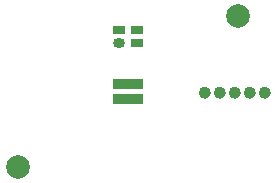
<source format=gbr>
%TF.GenerationSoftware,KiCad,Pcbnew,(6.0.1)*%
%TF.CreationDate,2023-02-09T13:33:18-07:00*%
%TF.ProjectId,NoteDetector,4e6f7465-4465-4746-9563-746f722e6b69,rev?*%
%TF.SameCoordinates,Original*%
%TF.FileFunction,Soldermask,Bot*%
%TF.FilePolarity,Negative*%
%FSLAX46Y46*%
G04 Gerber Fmt 4.6, Leading zero omitted, Abs format (unit mm)*
G04 Created by KiCad (PCBNEW (6.0.1)) date 2023-02-09 13:33:18*
%MOMM*%
%LPD*%
G01*
G04 APERTURE LIST*
G04 Aperture macros list*
%AMRoundRect*
0 Rectangle with rounded corners*
0 $1 Rounding radius*
0 $2 $3 $4 $5 $6 $7 $8 $9 X,Y pos of 4 corners*
0 Add a 4 corners polygon primitive as box body*
4,1,4,$2,$3,$4,$5,$6,$7,$8,$9,$2,$3,0*
0 Add four circle primitives for the rounded corners*
1,1,$1+$1,$2,$3*
1,1,$1+$1,$4,$5*
1,1,$1+$1,$6,$7*
1,1,$1+$1,$8,$9*
0 Add four rect primitives between the rounded corners*
20,1,$1+$1,$2,$3,$4,$5,0*
20,1,$1+$1,$4,$5,$6,$7,0*
20,1,$1+$1,$6,$7,$8,$9,0*
20,1,$1+$1,$8,$9,$2,$3,0*%
G04 Aperture macros list end*
%ADD10C,0.535977*%
%ADD11C,2.000000*%
%ADD12RoundRect,0.090000X1.210000X0.360000X-1.210000X0.360000X-1.210000X-0.360000X1.210000X-0.360000X0*%
%ADD13RoundRect,0.360000X0.140000X0.040000X-0.140000X0.040000X-0.140000X-0.040000X0.140000X-0.040000X0*%
%ADD14R,1.000000X0.800000*%
G04 APERTURE END LIST*
D10*
X6744988Y-127000D02*
G75*
G03*
X6744988Y-127000I-267988J0D01*
G01*
X9284988Y-127000D02*
G75*
G03*
X9284988Y-127000I-267988J0D01*
G01*
X11824988Y-127000D02*
G75*
G03*
X11824988Y-127000I-267988J0D01*
G01*
X10554988Y-127000D02*
G75*
G03*
X10554988Y-127000I-267988J0D01*
G01*
X8014988Y-127000D02*
G75*
G03*
X8014988Y-127000I-267988J0D01*
G01*
D11*
%TO.C,J5*%
X-9300000Y-6400000D03*
%TD*%
%TO.C,J4*%
X9300000Y6400000D03*
%TD*%
D12*
%TO.C,MK1*%
X0Y650000D03*
X0Y-650000D03*
%TD*%
D13*
%TO.C,D1*%
X-750000Y4050000D03*
D14*
X750000Y4050000D03*
X750000Y5150000D03*
X-750000Y5150000D03*
%TD*%
M02*

</source>
